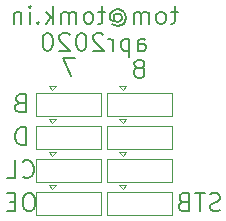
<source format=gbr>
G04 #@! TF.GenerationSoftware,KiCad,Pcbnew,5.1.5-52549c5~84~ubuntu19.10.1*
G04 #@! TF.CreationDate,2020-04-09T07:07:27-07:00*
G04 #@! TF.ProjectId,hub-75-pmod,6875622d-3735-42d7-906d-6f642e6b6963,rev?*
G04 #@! TF.SameCoordinates,PX2857260PY1dea728*
G04 #@! TF.FileFunction,Legend,Bot*
G04 #@! TF.FilePolarity,Positive*
%FSLAX46Y46*%
G04 Gerber Fmt 4.6, Leading zero omitted, Abs format (unit mm)*
G04 Created by KiCad (PCBNEW 5.1.5-52549c5~84~ubuntu19.10.1) date 2020-04-09 07:07:27*
%MOMM*%
%LPD*%
G04 APERTURE LIST*
%ADD10C,0.200000*%
%ADD11C,0.120000*%
G04 APERTURE END LIST*
D10*
X17258571Y-6901571D02*
X17258571Y-6115857D01*
X17330000Y-5973000D01*
X17472857Y-5901571D01*
X17758571Y-5901571D01*
X17901428Y-5973000D01*
X17258571Y-6830142D02*
X17401428Y-6901571D01*
X17758571Y-6901571D01*
X17901428Y-6830142D01*
X17972857Y-6687285D01*
X17972857Y-6544428D01*
X17901428Y-6401571D01*
X17758571Y-6330142D01*
X17401428Y-6330142D01*
X17258571Y-6258714D01*
X16544285Y-5901571D02*
X16544285Y-7401571D01*
X16544285Y-5973000D02*
X16401428Y-5901571D01*
X16115714Y-5901571D01*
X15972857Y-5973000D01*
X15901428Y-6044428D01*
X15830000Y-6187285D01*
X15830000Y-6615857D01*
X15901428Y-6758714D01*
X15972857Y-6830142D01*
X16115714Y-6901571D01*
X16401428Y-6901571D01*
X16544285Y-6830142D01*
X15187142Y-6901571D02*
X15187142Y-5901571D01*
X15187142Y-6187285D02*
X15115714Y-6044428D01*
X15044285Y-5973000D01*
X14901428Y-5901571D01*
X14758571Y-5901571D01*
X14330000Y-5544428D02*
X14258571Y-5473000D01*
X14115714Y-5401571D01*
X13758571Y-5401571D01*
X13615714Y-5473000D01*
X13544285Y-5544428D01*
X13472857Y-5687285D01*
X13472857Y-5830142D01*
X13544285Y-6044428D01*
X14401428Y-6901571D01*
X13472857Y-6901571D01*
X12544285Y-5401571D02*
X12401428Y-5401571D01*
X12258571Y-5473000D01*
X12187142Y-5544428D01*
X12115714Y-5687285D01*
X12044285Y-5973000D01*
X12044285Y-6330142D01*
X12115714Y-6615857D01*
X12187142Y-6758714D01*
X12258571Y-6830142D01*
X12401428Y-6901571D01*
X12544285Y-6901571D01*
X12687142Y-6830142D01*
X12758571Y-6758714D01*
X12830000Y-6615857D01*
X12901428Y-6330142D01*
X12901428Y-5973000D01*
X12830000Y-5687285D01*
X12758571Y-5544428D01*
X12687142Y-5473000D01*
X12544285Y-5401571D01*
X11472857Y-5544428D02*
X11401428Y-5473000D01*
X11258571Y-5401571D01*
X10901428Y-5401571D01*
X10758571Y-5473000D01*
X10687142Y-5544428D01*
X10615714Y-5687285D01*
X10615714Y-5830142D01*
X10687142Y-6044428D01*
X11544285Y-6901571D01*
X10615714Y-6901571D01*
X9687142Y-5401571D02*
X9544285Y-5401571D01*
X9401428Y-5473000D01*
X9330000Y-5544428D01*
X9258571Y-5687285D01*
X9187142Y-5973000D01*
X9187142Y-6330142D01*
X9258571Y-6615857D01*
X9330000Y-6758714D01*
X9401428Y-6830142D01*
X9544285Y-6901571D01*
X9687142Y-6901571D01*
X9830000Y-6830142D01*
X9901428Y-6758714D01*
X9972857Y-6615857D01*
X10044285Y-6330142D01*
X10044285Y-5973000D01*
X9972857Y-5687285D01*
X9901428Y-5544428D01*
X9830000Y-5473000D01*
X9687142Y-5401571D01*
X20615714Y-3615571D02*
X20044285Y-3615571D01*
X20401428Y-3115571D02*
X20401428Y-4401285D01*
X20330000Y-4544142D01*
X20187142Y-4615571D01*
X20044285Y-4615571D01*
X19330000Y-4615571D02*
X19472857Y-4544142D01*
X19544285Y-4472714D01*
X19615714Y-4329857D01*
X19615714Y-3901285D01*
X19544285Y-3758428D01*
X19472857Y-3687000D01*
X19330000Y-3615571D01*
X19115714Y-3615571D01*
X18972857Y-3687000D01*
X18901428Y-3758428D01*
X18830000Y-3901285D01*
X18830000Y-4329857D01*
X18901428Y-4472714D01*
X18972857Y-4544142D01*
X19115714Y-4615571D01*
X19330000Y-4615571D01*
X18187142Y-4615571D02*
X18187142Y-3615571D01*
X18187142Y-3758428D02*
X18115714Y-3687000D01*
X17972857Y-3615571D01*
X17758571Y-3615571D01*
X17615714Y-3687000D01*
X17544285Y-3829857D01*
X17544285Y-4615571D01*
X17544285Y-3829857D02*
X17472857Y-3687000D01*
X17330000Y-3615571D01*
X17115714Y-3615571D01*
X16972857Y-3687000D01*
X16901428Y-3829857D01*
X16901428Y-4615571D01*
X15258571Y-3901285D02*
X15330000Y-3829857D01*
X15472857Y-3758428D01*
X15615714Y-3758428D01*
X15758571Y-3829857D01*
X15830000Y-3901285D01*
X15901428Y-4044142D01*
X15901428Y-4187000D01*
X15830000Y-4329857D01*
X15758571Y-4401285D01*
X15615714Y-4472714D01*
X15472857Y-4472714D01*
X15330000Y-4401285D01*
X15258571Y-4329857D01*
X15258571Y-3758428D02*
X15258571Y-4329857D01*
X15187142Y-4401285D01*
X15115714Y-4401285D01*
X14972857Y-4329857D01*
X14901428Y-4187000D01*
X14901428Y-3829857D01*
X15044285Y-3615571D01*
X15258571Y-3472714D01*
X15544285Y-3401285D01*
X15830000Y-3472714D01*
X16044285Y-3615571D01*
X16187142Y-3829857D01*
X16258571Y-4115571D01*
X16187142Y-4401285D01*
X16044285Y-4615571D01*
X15830000Y-4758428D01*
X15544285Y-4829857D01*
X15258571Y-4758428D01*
X15044285Y-4615571D01*
X14472857Y-3615571D02*
X13901428Y-3615571D01*
X14258571Y-3115571D02*
X14258571Y-4401285D01*
X14187142Y-4544142D01*
X14044285Y-4615571D01*
X13901428Y-4615571D01*
X13187142Y-4615571D02*
X13330000Y-4544142D01*
X13401428Y-4472714D01*
X13472857Y-4329857D01*
X13472857Y-3901285D01*
X13401428Y-3758428D01*
X13330000Y-3687000D01*
X13187142Y-3615571D01*
X12972857Y-3615571D01*
X12830000Y-3687000D01*
X12758571Y-3758428D01*
X12687142Y-3901285D01*
X12687142Y-4329857D01*
X12758571Y-4472714D01*
X12830000Y-4544142D01*
X12972857Y-4615571D01*
X13187142Y-4615571D01*
X12044285Y-4615571D02*
X12044285Y-3615571D01*
X12044285Y-3758428D02*
X11972857Y-3687000D01*
X11830000Y-3615571D01*
X11615714Y-3615571D01*
X11472857Y-3687000D01*
X11401428Y-3829857D01*
X11401428Y-4615571D01*
X11401428Y-3829857D02*
X11330000Y-3687000D01*
X11187142Y-3615571D01*
X10972857Y-3615571D01*
X10830000Y-3687000D01*
X10758571Y-3829857D01*
X10758571Y-4615571D01*
X10044285Y-4615571D02*
X10044285Y-3115571D01*
X9901428Y-4044142D02*
X9472857Y-4615571D01*
X9472857Y-3615571D02*
X10044285Y-4187000D01*
X8830000Y-4472714D02*
X8758571Y-4544142D01*
X8830000Y-4615571D01*
X8901428Y-4544142D01*
X8830000Y-4472714D01*
X8830000Y-4615571D01*
X8115714Y-4615571D02*
X8115714Y-3615571D01*
X8115714Y-3115571D02*
X8187142Y-3187000D01*
X8115714Y-3258428D01*
X8044285Y-3187000D01*
X8115714Y-3115571D01*
X8115714Y-3258428D01*
X7401428Y-3615571D02*
X7401428Y-4615571D01*
X7401428Y-3758428D02*
X7330000Y-3687000D01*
X7187142Y-3615571D01*
X6972857Y-3615571D01*
X6830000Y-3687000D01*
X6758571Y-3829857D01*
X6758571Y-4615571D01*
X24220000Y-20419142D02*
X24005714Y-20490571D01*
X23648571Y-20490571D01*
X23505714Y-20419142D01*
X23434285Y-20347714D01*
X23362857Y-20204857D01*
X23362857Y-20062000D01*
X23434285Y-19919142D01*
X23505714Y-19847714D01*
X23648571Y-19776285D01*
X23934285Y-19704857D01*
X24077142Y-19633428D01*
X24148571Y-19562000D01*
X24220000Y-19419142D01*
X24220000Y-19276285D01*
X24148571Y-19133428D01*
X24077142Y-19062000D01*
X23934285Y-18990571D01*
X23577142Y-18990571D01*
X23362857Y-19062000D01*
X22934285Y-18990571D02*
X22077142Y-18990571D01*
X22505714Y-20490571D02*
X22505714Y-18990571D01*
X21077142Y-19704857D02*
X20862857Y-19776285D01*
X20791428Y-19847714D01*
X20720000Y-19990571D01*
X20720000Y-20204857D01*
X20791428Y-20347714D01*
X20862857Y-20419142D01*
X21005714Y-20490571D01*
X21577142Y-20490571D01*
X21577142Y-18990571D01*
X21077142Y-18990571D01*
X20934285Y-19062000D01*
X20862857Y-19133428D01*
X20791428Y-19276285D01*
X20791428Y-19419142D01*
X20862857Y-19562000D01*
X20934285Y-19633428D01*
X21077142Y-19704857D01*
X21577142Y-19704857D01*
X8178428Y-18990571D02*
X7892714Y-18990571D01*
X7749857Y-19062000D01*
X7607000Y-19204857D01*
X7535571Y-19490571D01*
X7535571Y-19990571D01*
X7607000Y-20276285D01*
X7749857Y-20419142D01*
X7892714Y-20490571D01*
X8178428Y-20490571D01*
X8321285Y-20419142D01*
X8464142Y-20276285D01*
X8535571Y-19990571D01*
X8535571Y-19490571D01*
X8464142Y-19204857D01*
X8321285Y-19062000D01*
X8178428Y-18990571D01*
X6892714Y-19704857D02*
X6392714Y-19704857D01*
X6178428Y-20490571D02*
X6892714Y-20490571D01*
X6892714Y-18990571D01*
X6178428Y-18990571D01*
X7499857Y-17553714D02*
X7571285Y-17625142D01*
X7785571Y-17696571D01*
X7928428Y-17696571D01*
X8142714Y-17625142D01*
X8285571Y-17482285D01*
X8357000Y-17339428D01*
X8428428Y-17053714D01*
X8428428Y-16839428D01*
X8357000Y-16553714D01*
X8285571Y-16410857D01*
X8142714Y-16268000D01*
X7928428Y-16196571D01*
X7785571Y-16196571D01*
X7571285Y-16268000D01*
X7499857Y-16339428D01*
X6142714Y-17696571D02*
X6857000Y-17696571D01*
X6857000Y-16196571D01*
X7749857Y-14902571D02*
X7749857Y-13402571D01*
X7392714Y-13402571D01*
X7178428Y-13474000D01*
X7035571Y-13616857D01*
X6964142Y-13759714D01*
X6892714Y-14045428D01*
X6892714Y-14259714D01*
X6964142Y-14545428D01*
X7035571Y-14688285D01*
X7178428Y-14831142D01*
X7392714Y-14902571D01*
X7749857Y-14902571D01*
X7249857Y-11322857D02*
X7035571Y-11394285D01*
X6964142Y-11465714D01*
X6892714Y-11608571D01*
X6892714Y-11822857D01*
X6964142Y-11965714D01*
X7035571Y-12037142D01*
X7178428Y-12108571D01*
X7749857Y-12108571D01*
X7749857Y-10608571D01*
X7249857Y-10608571D01*
X7107000Y-10680000D01*
X7035571Y-10751428D01*
X6964142Y-10894285D01*
X6964142Y-11037142D01*
X7035571Y-11180000D01*
X7107000Y-11251428D01*
X7249857Y-11322857D01*
X7749857Y-11322857D01*
X17532857Y-8330428D02*
X17675714Y-8259000D01*
X17747142Y-8187571D01*
X17818571Y-8044714D01*
X17818571Y-7973285D01*
X17747142Y-7830428D01*
X17675714Y-7759000D01*
X17532857Y-7687571D01*
X17247142Y-7687571D01*
X17104285Y-7759000D01*
X17032857Y-7830428D01*
X16961428Y-7973285D01*
X16961428Y-8044714D01*
X17032857Y-8187571D01*
X17104285Y-8259000D01*
X17247142Y-8330428D01*
X17532857Y-8330428D01*
X17675714Y-8401857D01*
X17747142Y-8473285D01*
X17818571Y-8616142D01*
X17818571Y-8901857D01*
X17747142Y-9044714D01*
X17675714Y-9116142D01*
X17532857Y-9187571D01*
X17247142Y-9187571D01*
X17104285Y-9116142D01*
X17032857Y-9044714D01*
X16961428Y-8901857D01*
X16961428Y-8616142D01*
X17032857Y-8473285D01*
X17104285Y-8401857D01*
X17247142Y-8330428D01*
X11921000Y-7560571D02*
X10921000Y-7560571D01*
X11563857Y-9060571D01*
D11*
X14640000Y-20812000D02*
X20140000Y-20812000D01*
X20140000Y-20812000D02*
X20140000Y-18862000D01*
X20140000Y-18862000D02*
X14640000Y-18862000D01*
X14640000Y-18862000D02*
X14640000Y-20812000D01*
X15990000Y-18612000D02*
X15690000Y-18312000D01*
X15690000Y-18312000D02*
X16290000Y-18312000D01*
X16290000Y-18312000D02*
X15990000Y-18612000D01*
X14640000Y-18018000D02*
X20140000Y-18018000D01*
X20140000Y-18018000D02*
X20140000Y-16068000D01*
X20140000Y-16068000D02*
X14640000Y-16068000D01*
X14640000Y-16068000D02*
X14640000Y-18018000D01*
X15990000Y-15818000D02*
X15690000Y-15518000D01*
X15690000Y-15518000D02*
X16290000Y-15518000D01*
X16290000Y-15518000D02*
X15990000Y-15818000D01*
X14640000Y-15224000D02*
X20140000Y-15224000D01*
X20140000Y-15224000D02*
X20140000Y-13274000D01*
X20140000Y-13274000D02*
X14640000Y-13274000D01*
X14640000Y-13274000D02*
X14640000Y-15224000D01*
X15990000Y-13024000D02*
X15690000Y-12724000D01*
X15690000Y-12724000D02*
X16290000Y-12724000D01*
X16290000Y-12724000D02*
X15990000Y-13024000D01*
X14640000Y-12430000D02*
X20140000Y-12430000D01*
X20140000Y-12430000D02*
X20140000Y-10480000D01*
X20140000Y-10480000D02*
X14640000Y-10480000D01*
X14640000Y-10480000D02*
X14640000Y-12430000D01*
X15990000Y-10230000D02*
X15690000Y-9930000D01*
X15690000Y-9930000D02*
X16290000Y-9930000D01*
X16290000Y-9930000D02*
X15990000Y-10230000D01*
X8671000Y-20812000D02*
X14171000Y-20812000D01*
X14171000Y-20812000D02*
X14171000Y-18862000D01*
X14171000Y-18862000D02*
X8671000Y-18862000D01*
X8671000Y-18862000D02*
X8671000Y-20812000D01*
X10021000Y-18612000D02*
X9721000Y-18312000D01*
X9721000Y-18312000D02*
X10321000Y-18312000D01*
X10321000Y-18312000D02*
X10021000Y-18612000D01*
X8671000Y-18018000D02*
X14171000Y-18018000D01*
X14171000Y-18018000D02*
X14171000Y-16068000D01*
X14171000Y-16068000D02*
X8671000Y-16068000D01*
X8671000Y-16068000D02*
X8671000Y-18018000D01*
X10021000Y-15818000D02*
X9721000Y-15518000D01*
X9721000Y-15518000D02*
X10321000Y-15518000D01*
X10321000Y-15518000D02*
X10021000Y-15818000D01*
X8671000Y-15224000D02*
X14171000Y-15224000D01*
X14171000Y-15224000D02*
X14171000Y-13274000D01*
X14171000Y-13274000D02*
X8671000Y-13274000D01*
X8671000Y-13274000D02*
X8671000Y-15224000D01*
X10021000Y-13024000D02*
X9721000Y-12724000D01*
X9721000Y-12724000D02*
X10321000Y-12724000D01*
X10321000Y-12724000D02*
X10021000Y-13024000D01*
X8671000Y-12430000D02*
X14171000Y-12430000D01*
X14171000Y-12430000D02*
X14171000Y-10480000D01*
X14171000Y-10480000D02*
X8671000Y-10480000D01*
X8671000Y-10480000D02*
X8671000Y-12430000D01*
X10021000Y-10230000D02*
X9721000Y-9930000D01*
X9721000Y-9930000D02*
X10321000Y-9930000D01*
X10321000Y-9930000D02*
X10021000Y-10230000D01*
M02*

</source>
